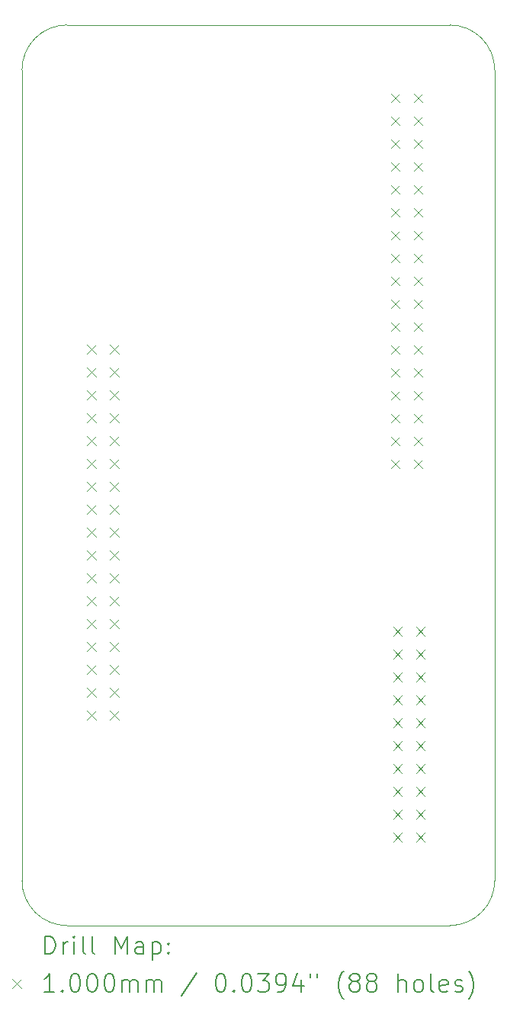
<source format=gbr>
%TF.GenerationSoftware,KiCad,Pcbnew,8.0.2*%
%TF.CreationDate,2024-05-12T23:01:26-04:00*%
%TF.ProjectId,rbmfm,72626d66-6d2e-46b6-9963-61645f706362,rev?*%
%TF.SameCoordinates,Original*%
%TF.FileFunction,Drillmap*%
%TF.FilePolarity,Positive*%
%FSLAX45Y45*%
G04 Gerber Fmt 4.5, Leading zero omitted, Abs format (unit mm)*
G04 Created by KiCad (PCBNEW 8.0.2) date 2024-05-12 23:01:26*
%MOMM*%
%LPD*%
G01*
G04 APERTURE LIST*
%ADD10C,0.100000*%
%ADD11C,0.200000*%
G04 APERTURE END LIST*
D10*
X15750000Y-6250000D02*
G75*
G02*
X16250000Y-6750000I0J-500000D01*
G01*
X11000000Y-6750000D02*
G75*
G02*
X11500000Y-6250000I500000J0D01*
G01*
X11500000Y-16250000D02*
X15750000Y-16250000D01*
X11500000Y-6250000D02*
X15750000Y-6250000D01*
X16250000Y-15750000D02*
G75*
G02*
X15750000Y-16250000I-500000J0D01*
G01*
X16250000Y-6750000D02*
X16250000Y-15750000D01*
X11000000Y-15750000D02*
X11000000Y-6750000D01*
X11500000Y-16250000D02*
G75*
G02*
X11000000Y-15750000I0J500000D01*
G01*
D11*
D10*
X11725000Y-9797000D02*
X11825000Y-9897000D01*
X11825000Y-9797000D02*
X11725000Y-9897000D01*
X11725000Y-10051000D02*
X11825000Y-10151000D01*
X11825000Y-10051000D02*
X11725000Y-10151000D01*
X11725000Y-10305000D02*
X11825000Y-10405000D01*
X11825000Y-10305000D02*
X11725000Y-10405000D01*
X11725000Y-10559000D02*
X11825000Y-10659000D01*
X11825000Y-10559000D02*
X11725000Y-10659000D01*
X11725000Y-10813000D02*
X11825000Y-10913000D01*
X11825000Y-10813000D02*
X11725000Y-10913000D01*
X11725000Y-11067000D02*
X11825000Y-11167000D01*
X11825000Y-11067000D02*
X11725000Y-11167000D01*
X11725000Y-11321000D02*
X11825000Y-11421000D01*
X11825000Y-11321000D02*
X11725000Y-11421000D01*
X11725000Y-11575000D02*
X11825000Y-11675000D01*
X11825000Y-11575000D02*
X11725000Y-11675000D01*
X11725000Y-11829000D02*
X11825000Y-11929000D01*
X11825000Y-11829000D02*
X11725000Y-11929000D01*
X11725000Y-12083000D02*
X11825000Y-12183000D01*
X11825000Y-12083000D02*
X11725000Y-12183000D01*
X11725000Y-12337000D02*
X11825000Y-12437000D01*
X11825000Y-12337000D02*
X11725000Y-12437000D01*
X11725000Y-12591000D02*
X11825000Y-12691000D01*
X11825000Y-12591000D02*
X11725000Y-12691000D01*
X11725000Y-12845000D02*
X11825000Y-12945000D01*
X11825000Y-12845000D02*
X11725000Y-12945000D01*
X11725000Y-13099000D02*
X11825000Y-13199000D01*
X11825000Y-13099000D02*
X11725000Y-13199000D01*
X11725000Y-13353000D02*
X11825000Y-13453000D01*
X11825000Y-13353000D02*
X11725000Y-13453000D01*
X11725000Y-13607000D02*
X11825000Y-13707000D01*
X11825000Y-13607000D02*
X11725000Y-13707000D01*
X11725000Y-13861000D02*
X11825000Y-13961000D01*
X11825000Y-13861000D02*
X11725000Y-13961000D01*
X11979000Y-9797000D02*
X12079000Y-9897000D01*
X12079000Y-9797000D02*
X11979000Y-9897000D01*
X11979000Y-10051000D02*
X12079000Y-10151000D01*
X12079000Y-10051000D02*
X11979000Y-10151000D01*
X11979000Y-10305000D02*
X12079000Y-10405000D01*
X12079000Y-10305000D02*
X11979000Y-10405000D01*
X11979000Y-10559000D02*
X12079000Y-10659000D01*
X12079000Y-10559000D02*
X11979000Y-10659000D01*
X11979000Y-10813000D02*
X12079000Y-10913000D01*
X12079000Y-10813000D02*
X11979000Y-10913000D01*
X11979000Y-11067000D02*
X12079000Y-11167000D01*
X12079000Y-11067000D02*
X11979000Y-11167000D01*
X11979000Y-11321000D02*
X12079000Y-11421000D01*
X12079000Y-11321000D02*
X11979000Y-11421000D01*
X11979000Y-11575000D02*
X12079000Y-11675000D01*
X12079000Y-11575000D02*
X11979000Y-11675000D01*
X11979000Y-11829000D02*
X12079000Y-11929000D01*
X12079000Y-11829000D02*
X11979000Y-11929000D01*
X11979000Y-12083000D02*
X12079000Y-12183000D01*
X12079000Y-12083000D02*
X11979000Y-12183000D01*
X11979000Y-12337000D02*
X12079000Y-12437000D01*
X12079000Y-12337000D02*
X11979000Y-12437000D01*
X11979000Y-12591000D02*
X12079000Y-12691000D01*
X12079000Y-12591000D02*
X11979000Y-12691000D01*
X11979000Y-12845000D02*
X12079000Y-12945000D01*
X12079000Y-12845000D02*
X11979000Y-12945000D01*
X11979000Y-13099000D02*
X12079000Y-13199000D01*
X12079000Y-13099000D02*
X11979000Y-13199000D01*
X11979000Y-13353000D02*
X12079000Y-13453000D01*
X12079000Y-13353000D02*
X11979000Y-13453000D01*
X11979000Y-13607000D02*
X12079000Y-13707000D01*
X12079000Y-13607000D02*
X11979000Y-13707000D01*
X11979000Y-13861000D02*
X12079000Y-13961000D01*
X12079000Y-13861000D02*
X11979000Y-13961000D01*
X15096000Y-7011000D02*
X15196000Y-7111000D01*
X15196000Y-7011000D02*
X15096000Y-7111000D01*
X15096000Y-7265000D02*
X15196000Y-7365000D01*
X15196000Y-7265000D02*
X15096000Y-7365000D01*
X15096000Y-7519000D02*
X15196000Y-7619000D01*
X15196000Y-7519000D02*
X15096000Y-7619000D01*
X15096000Y-7773000D02*
X15196000Y-7873000D01*
X15196000Y-7773000D02*
X15096000Y-7873000D01*
X15096000Y-8027000D02*
X15196000Y-8127000D01*
X15196000Y-8027000D02*
X15096000Y-8127000D01*
X15096000Y-8281000D02*
X15196000Y-8381000D01*
X15196000Y-8281000D02*
X15096000Y-8381000D01*
X15096000Y-8535000D02*
X15196000Y-8635000D01*
X15196000Y-8535000D02*
X15096000Y-8635000D01*
X15096000Y-8789000D02*
X15196000Y-8889000D01*
X15196000Y-8789000D02*
X15096000Y-8889000D01*
X15096000Y-9043000D02*
X15196000Y-9143000D01*
X15196000Y-9043000D02*
X15096000Y-9143000D01*
X15096000Y-9297000D02*
X15196000Y-9397000D01*
X15196000Y-9297000D02*
X15096000Y-9397000D01*
X15096000Y-9551000D02*
X15196000Y-9651000D01*
X15196000Y-9551000D02*
X15096000Y-9651000D01*
X15096000Y-9805000D02*
X15196000Y-9905000D01*
X15196000Y-9805000D02*
X15096000Y-9905000D01*
X15096000Y-10059000D02*
X15196000Y-10159000D01*
X15196000Y-10059000D02*
X15096000Y-10159000D01*
X15096000Y-10313000D02*
X15196000Y-10413000D01*
X15196000Y-10313000D02*
X15096000Y-10413000D01*
X15096000Y-10567000D02*
X15196000Y-10667000D01*
X15196000Y-10567000D02*
X15096000Y-10667000D01*
X15096000Y-10821000D02*
X15196000Y-10921000D01*
X15196000Y-10821000D02*
X15096000Y-10921000D01*
X15096000Y-11075000D02*
X15196000Y-11175000D01*
X15196000Y-11075000D02*
X15096000Y-11175000D01*
X15121000Y-12934000D02*
X15221000Y-13034000D01*
X15221000Y-12934000D02*
X15121000Y-13034000D01*
X15121000Y-13188000D02*
X15221000Y-13288000D01*
X15221000Y-13188000D02*
X15121000Y-13288000D01*
X15121000Y-13442000D02*
X15221000Y-13542000D01*
X15221000Y-13442000D02*
X15121000Y-13542000D01*
X15121000Y-13696000D02*
X15221000Y-13796000D01*
X15221000Y-13696000D02*
X15121000Y-13796000D01*
X15121000Y-13950000D02*
X15221000Y-14050000D01*
X15221000Y-13950000D02*
X15121000Y-14050000D01*
X15121000Y-14204000D02*
X15221000Y-14304000D01*
X15221000Y-14204000D02*
X15121000Y-14304000D01*
X15121000Y-14458000D02*
X15221000Y-14558000D01*
X15221000Y-14458000D02*
X15121000Y-14558000D01*
X15121000Y-14712000D02*
X15221000Y-14812000D01*
X15221000Y-14712000D02*
X15121000Y-14812000D01*
X15121000Y-14966000D02*
X15221000Y-15066000D01*
X15221000Y-14966000D02*
X15121000Y-15066000D01*
X15121000Y-15220000D02*
X15221000Y-15320000D01*
X15221000Y-15220000D02*
X15121000Y-15320000D01*
X15350000Y-7011000D02*
X15450000Y-7111000D01*
X15450000Y-7011000D02*
X15350000Y-7111000D01*
X15350000Y-7265000D02*
X15450000Y-7365000D01*
X15450000Y-7265000D02*
X15350000Y-7365000D01*
X15350000Y-7519000D02*
X15450000Y-7619000D01*
X15450000Y-7519000D02*
X15350000Y-7619000D01*
X15350000Y-7773000D02*
X15450000Y-7873000D01*
X15450000Y-7773000D02*
X15350000Y-7873000D01*
X15350000Y-8027000D02*
X15450000Y-8127000D01*
X15450000Y-8027000D02*
X15350000Y-8127000D01*
X15350000Y-8281000D02*
X15450000Y-8381000D01*
X15450000Y-8281000D02*
X15350000Y-8381000D01*
X15350000Y-8535000D02*
X15450000Y-8635000D01*
X15450000Y-8535000D02*
X15350000Y-8635000D01*
X15350000Y-8789000D02*
X15450000Y-8889000D01*
X15450000Y-8789000D02*
X15350000Y-8889000D01*
X15350000Y-9043000D02*
X15450000Y-9143000D01*
X15450000Y-9043000D02*
X15350000Y-9143000D01*
X15350000Y-9297000D02*
X15450000Y-9397000D01*
X15450000Y-9297000D02*
X15350000Y-9397000D01*
X15350000Y-9551000D02*
X15450000Y-9651000D01*
X15450000Y-9551000D02*
X15350000Y-9651000D01*
X15350000Y-9805000D02*
X15450000Y-9905000D01*
X15450000Y-9805000D02*
X15350000Y-9905000D01*
X15350000Y-10059000D02*
X15450000Y-10159000D01*
X15450000Y-10059000D02*
X15350000Y-10159000D01*
X15350000Y-10313000D02*
X15450000Y-10413000D01*
X15450000Y-10313000D02*
X15350000Y-10413000D01*
X15350000Y-10567000D02*
X15450000Y-10667000D01*
X15450000Y-10567000D02*
X15350000Y-10667000D01*
X15350000Y-10821000D02*
X15450000Y-10921000D01*
X15450000Y-10821000D02*
X15350000Y-10921000D01*
X15350000Y-11075000D02*
X15450000Y-11175000D01*
X15450000Y-11075000D02*
X15350000Y-11175000D01*
X15375000Y-12934000D02*
X15475000Y-13034000D01*
X15475000Y-12934000D02*
X15375000Y-13034000D01*
X15375000Y-13188000D02*
X15475000Y-13288000D01*
X15475000Y-13188000D02*
X15375000Y-13288000D01*
X15375000Y-13442000D02*
X15475000Y-13542000D01*
X15475000Y-13442000D02*
X15375000Y-13542000D01*
X15375000Y-13696000D02*
X15475000Y-13796000D01*
X15475000Y-13696000D02*
X15375000Y-13796000D01*
X15375000Y-13950000D02*
X15475000Y-14050000D01*
X15475000Y-13950000D02*
X15375000Y-14050000D01*
X15375000Y-14204000D02*
X15475000Y-14304000D01*
X15475000Y-14204000D02*
X15375000Y-14304000D01*
X15375000Y-14458000D02*
X15475000Y-14558000D01*
X15475000Y-14458000D02*
X15375000Y-14558000D01*
X15375000Y-14712000D02*
X15475000Y-14812000D01*
X15475000Y-14712000D02*
X15375000Y-14812000D01*
X15375000Y-14966000D02*
X15475000Y-15066000D01*
X15475000Y-14966000D02*
X15375000Y-15066000D01*
X15375000Y-15220000D02*
X15475000Y-15320000D01*
X15475000Y-15220000D02*
X15375000Y-15320000D01*
D11*
X11255777Y-16566484D02*
X11255777Y-16366484D01*
X11255777Y-16366484D02*
X11303396Y-16366484D01*
X11303396Y-16366484D02*
X11331967Y-16376008D01*
X11331967Y-16376008D02*
X11351015Y-16395055D01*
X11351015Y-16395055D02*
X11360539Y-16414103D01*
X11360539Y-16414103D02*
X11370062Y-16452198D01*
X11370062Y-16452198D02*
X11370062Y-16480769D01*
X11370062Y-16480769D02*
X11360539Y-16518865D01*
X11360539Y-16518865D02*
X11351015Y-16537912D01*
X11351015Y-16537912D02*
X11331967Y-16556960D01*
X11331967Y-16556960D02*
X11303396Y-16566484D01*
X11303396Y-16566484D02*
X11255777Y-16566484D01*
X11455777Y-16566484D02*
X11455777Y-16433150D01*
X11455777Y-16471246D02*
X11465301Y-16452198D01*
X11465301Y-16452198D02*
X11474824Y-16442674D01*
X11474824Y-16442674D02*
X11493872Y-16433150D01*
X11493872Y-16433150D02*
X11512920Y-16433150D01*
X11579586Y-16566484D02*
X11579586Y-16433150D01*
X11579586Y-16366484D02*
X11570062Y-16376008D01*
X11570062Y-16376008D02*
X11579586Y-16385531D01*
X11579586Y-16385531D02*
X11589110Y-16376008D01*
X11589110Y-16376008D02*
X11579586Y-16366484D01*
X11579586Y-16366484D02*
X11579586Y-16385531D01*
X11703396Y-16566484D02*
X11684348Y-16556960D01*
X11684348Y-16556960D02*
X11674824Y-16537912D01*
X11674824Y-16537912D02*
X11674824Y-16366484D01*
X11808158Y-16566484D02*
X11789110Y-16556960D01*
X11789110Y-16556960D02*
X11779586Y-16537912D01*
X11779586Y-16537912D02*
X11779586Y-16366484D01*
X12036729Y-16566484D02*
X12036729Y-16366484D01*
X12036729Y-16366484D02*
X12103396Y-16509341D01*
X12103396Y-16509341D02*
X12170062Y-16366484D01*
X12170062Y-16366484D02*
X12170062Y-16566484D01*
X12351015Y-16566484D02*
X12351015Y-16461722D01*
X12351015Y-16461722D02*
X12341491Y-16442674D01*
X12341491Y-16442674D02*
X12322443Y-16433150D01*
X12322443Y-16433150D02*
X12284348Y-16433150D01*
X12284348Y-16433150D02*
X12265301Y-16442674D01*
X12351015Y-16556960D02*
X12331967Y-16566484D01*
X12331967Y-16566484D02*
X12284348Y-16566484D01*
X12284348Y-16566484D02*
X12265301Y-16556960D01*
X12265301Y-16556960D02*
X12255777Y-16537912D01*
X12255777Y-16537912D02*
X12255777Y-16518865D01*
X12255777Y-16518865D02*
X12265301Y-16499817D01*
X12265301Y-16499817D02*
X12284348Y-16490293D01*
X12284348Y-16490293D02*
X12331967Y-16490293D01*
X12331967Y-16490293D02*
X12351015Y-16480769D01*
X12446253Y-16433150D02*
X12446253Y-16633150D01*
X12446253Y-16442674D02*
X12465301Y-16433150D01*
X12465301Y-16433150D02*
X12503396Y-16433150D01*
X12503396Y-16433150D02*
X12522443Y-16442674D01*
X12522443Y-16442674D02*
X12531967Y-16452198D01*
X12531967Y-16452198D02*
X12541491Y-16471246D01*
X12541491Y-16471246D02*
X12541491Y-16528388D01*
X12541491Y-16528388D02*
X12531967Y-16547436D01*
X12531967Y-16547436D02*
X12522443Y-16556960D01*
X12522443Y-16556960D02*
X12503396Y-16566484D01*
X12503396Y-16566484D02*
X12465301Y-16566484D01*
X12465301Y-16566484D02*
X12446253Y-16556960D01*
X12627205Y-16547436D02*
X12636729Y-16556960D01*
X12636729Y-16556960D02*
X12627205Y-16566484D01*
X12627205Y-16566484D02*
X12617682Y-16556960D01*
X12617682Y-16556960D02*
X12627205Y-16547436D01*
X12627205Y-16547436D02*
X12627205Y-16566484D01*
X12627205Y-16442674D02*
X12636729Y-16452198D01*
X12636729Y-16452198D02*
X12627205Y-16461722D01*
X12627205Y-16461722D02*
X12617682Y-16452198D01*
X12617682Y-16452198D02*
X12627205Y-16442674D01*
X12627205Y-16442674D02*
X12627205Y-16461722D01*
D10*
X10895000Y-16845000D02*
X10995000Y-16945000D01*
X10995000Y-16845000D02*
X10895000Y-16945000D01*
D11*
X11360539Y-16986484D02*
X11246253Y-16986484D01*
X11303396Y-16986484D02*
X11303396Y-16786484D01*
X11303396Y-16786484D02*
X11284348Y-16815055D01*
X11284348Y-16815055D02*
X11265301Y-16834103D01*
X11265301Y-16834103D02*
X11246253Y-16843627D01*
X11446253Y-16967436D02*
X11455777Y-16976960D01*
X11455777Y-16976960D02*
X11446253Y-16986484D01*
X11446253Y-16986484D02*
X11436729Y-16976960D01*
X11436729Y-16976960D02*
X11446253Y-16967436D01*
X11446253Y-16967436D02*
X11446253Y-16986484D01*
X11579586Y-16786484D02*
X11598634Y-16786484D01*
X11598634Y-16786484D02*
X11617682Y-16796008D01*
X11617682Y-16796008D02*
X11627205Y-16805531D01*
X11627205Y-16805531D02*
X11636729Y-16824579D01*
X11636729Y-16824579D02*
X11646253Y-16862674D01*
X11646253Y-16862674D02*
X11646253Y-16910293D01*
X11646253Y-16910293D02*
X11636729Y-16948389D01*
X11636729Y-16948389D02*
X11627205Y-16967436D01*
X11627205Y-16967436D02*
X11617682Y-16976960D01*
X11617682Y-16976960D02*
X11598634Y-16986484D01*
X11598634Y-16986484D02*
X11579586Y-16986484D01*
X11579586Y-16986484D02*
X11560539Y-16976960D01*
X11560539Y-16976960D02*
X11551015Y-16967436D01*
X11551015Y-16967436D02*
X11541491Y-16948389D01*
X11541491Y-16948389D02*
X11531967Y-16910293D01*
X11531967Y-16910293D02*
X11531967Y-16862674D01*
X11531967Y-16862674D02*
X11541491Y-16824579D01*
X11541491Y-16824579D02*
X11551015Y-16805531D01*
X11551015Y-16805531D02*
X11560539Y-16796008D01*
X11560539Y-16796008D02*
X11579586Y-16786484D01*
X11770062Y-16786484D02*
X11789110Y-16786484D01*
X11789110Y-16786484D02*
X11808158Y-16796008D01*
X11808158Y-16796008D02*
X11817682Y-16805531D01*
X11817682Y-16805531D02*
X11827205Y-16824579D01*
X11827205Y-16824579D02*
X11836729Y-16862674D01*
X11836729Y-16862674D02*
X11836729Y-16910293D01*
X11836729Y-16910293D02*
X11827205Y-16948389D01*
X11827205Y-16948389D02*
X11817682Y-16967436D01*
X11817682Y-16967436D02*
X11808158Y-16976960D01*
X11808158Y-16976960D02*
X11789110Y-16986484D01*
X11789110Y-16986484D02*
X11770062Y-16986484D01*
X11770062Y-16986484D02*
X11751015Y-16976960D01*
X11751015Y-16976960D02*
X11741491Y-16967436D01*
X11741491Y-16967436D02*
X11731967Y-16948389D01*
X11731967Y-16948389D02*
X11722443Y-16910293D01*
X11722443Y-16910293D02*
X11722443Y-16862674D01*
X11722443Y-16862674D02*
X11731967Y-16824579D01*
X11731967Y-16824579D02*
X11741491Y-16805531D01*
X11741491Y-16805531D02*
X11751015Y-16796008D01*
X11751015Y-16796008D02*
X11770062Y-16786484D01*
X11960539Y-16786484D02*
X11979586Y-16786484D01*
X11979586Y-16786484D02*
X11998634Y-16796008D01*
X11998634Y-16796008D02*
X12008158Y-16805531D01*
X12008158Y-16805531D02*
X12017682Y-16824579D01*
X12017682Y-16824579D02*
X12027205Y-16862674D01*
X12027205Y-16862674D02*
X12027205Y-16910293D01*
X12027205Y-16910293D02*
X12017682Y-16948389D01*
X12017682Y-16948389D02*
X12008158Y-16967436D01*
X12008158Y-16967436D02*
X11998634Y-16976960D01*
X11998634Y-16976960D02*
X11979586Y-16986484D01*
X11979586Y-16986484D02*
X11960539Y-16986484D01*
X11960539Y-16986484D02*
X11941491Y-16976960D01*
X11941491Y-16976960D02*
X11931967Y-16967436D01*
X11931967Y-16967436D02*
X11922443Y-16948389D01*
X11922443Y-16948389D02*
X11912920Y-16910293D01*
X11912920Y-16910293D02*
X11912920Y-16862674D01*
X11912920Y-16862674D02*
X11922443Y-16824579D01*
X11922443Y-16824579D02*
X11931967Y-16805531D01*
X11931967Y-16805531D02*
X11941491Y-16796008D01*
X11941491Y-16796008D02*
X11960539Y-16786484D01*
X12112920Y-16986484D02*
X12112920Y-16853150D01*
X12112920Y-16872198D02*
X12122443Y-16862674D01*
X12122443Y-16862674D02*
X12141491Y-16853150D01*
X12141491Y-16853150D02*
X12170063Y-16853150D01*
X12170063Y-16853150D02*
X12189110Y-16862674D01*
X12189110Y-16862674D02*
X12198634Y-16881722D01*
X12198634Y-16881722D02*
X12198634Y-16986484D01*
X12198634Y-16881722D02*
X12208158Y-16862674D01*
X12208158Y-16862674D02*
X12227205Y-16853150D01*
X12227205Y-16853150D02*
X12255777Y-16853150D01*
X12255777Y-16853150D02*
X12274824Y-16862674D01*
X12274824Y-16862674D02*
X12284348Y-16881722D01*
X12284348Y-16881722D02*
X12284348Y-16986484D01*
X12379586Y-16986484D02*
X12379586Y-16853150D01*
X12379586Y-16872198D02*
X12389110Y-16862674D01*
X12389110Y-16862674D02*
X12408158Y-16853150D01*
X12408158Y-16853150D02*
X12436729Y-16853150D01*
X12436729Y-16853150D02*
X12455777Y-16862674D01*
X12455777Y-16862674D02*
X12465301Y-16881722D01*
X12465301Y-16881722D02*
X12465301Y-16986484D01*
X12465301Y-16881722D02*
X12474824Y-16862674D01*
X12474824Y-16862674D02*
X12493872Y-16853150D01*
X12493872Y-16853150D02*
X12522443Y-16853150D01*
X12522443Y-16853150D02*
X12541491Y-16862674D01*
X12541491Y-16862674D02*
X12551015Y-16881722D01*
X12551015Y-16881722D02*
X12551015Y-16986484D01*
X12941491Y-16776960D02*
X12770063Y-17034103D01*
X13198634Y-16786484D02*
X13217682Y-16786484D01*
X13217682Y-16786484D02*
X13236729Y-16796008D01*
X13236729Y-16796008D02*
X13246253Y-16805531D01*
X13246253Y-16805531D02*
X13255777Y-16824579D01*
X13255777Y-16824579D02*
X13265301Y-16862674D01*
X13265301Y-16862674D02*
X13265301Y-16910293D01*
X13265301Y-16910293D02*
X13255777Y-16948389D01*
X13255777Y-16948389D02*
X13246253Y-16967436D01*
X13246253Y-16967436D02*
X13236729Y-16976960D01*
X13236729Y-16976960D02*
X13217682Y-16986484D01*
X13217682Y-16986484D02*
X13198634Y-16986484D01*
X13198634Y-16986484D02*
X13179586Y-16976960D01*
X13179586Y-16976960D02*
X13170063Y-16967436D01*
X13170063Y-16967436D02*
X13160539Y-16948389D01*
X13160539Y-16948389D02*
X13151015Y-16910293D01*
X13151015Y-16910293D02*
X13151015Y-16862674D01*
X13151015Y-16862674D02*
X13160539Y-16824579D01*
X13160539Y-16824579D02*
X13170063Y-16805531D01*
X13170063Y-16805531D02*
X13179586Y-16796008D01*
X13179586Y-16796008D02*
X13198634Y-16786484D01*
X13351015Y-16967436D02*
X13360539Y-16976960D01*
X13360539Y-16976960D02*
X13351015Y-16986484D01*
X13351015Y-16986484D02*
X13341491Y-16976960D01*
X13341491Y-16976960D02*
X13351015Y-16967436D01*
X13351015Y-16967436D02*
X13351015Y-16986484D01*
X13484348Y-16786484D02*
X13503396Y-16786484D01*
X13503396Y-16786484D02*
X13522444Y-16796008D01*
X13522444Y-16796008D02*
X13531967Y-16805531D01*
X13531967Y-16805531D02*
X13541491Y-16824579D01*
X13541491Y-16824579D02*
X13551015Y-16862674D01*
X13551015Y-16862674D02*
X13551015Y-16910293D01*
X13551015Y-16910293D02*
X13541491Y-16948389D01*
X13541491Y-16948389D02*
X13531967Y-16967436D01*
X13531967Y-16967436D02*
X13522444Y-16976960D01*
X13522444Y-16976960D02*
X13503396Y-16986484D01*
X13503396Y-16986484D02*
X13484348Y-16986484D01*
X13484348Y-16986484D02*
X13465301Y-16976960D01*
X13465301Y-16976960D02*
X13455777Y-16967436D01*
X13455777Y-16967436D02*
X13446253Y-16948389D01*
X13446253Y-16948389D02*
X13436729Y-16910293D01*
X13436729Y-16910293D02*
X13436729Y-16862674D01*
X13436729Y-16862674D02*
X13446253Y-16824579D01*
X13446253Y-16824579D02*
X13455777Y-16805531D01*
X13455777Y-16805531D02*
X13465301Y-16796008D01*
X13465301Y-16796008D02*
X13484348Y-16786484D01*
X13617682Y-16786484D02*
X13741491Y-16786484D01*
X13741491Y-16786484D02*
X13674825Y-16862674D01*
X13674825Y-16862674D02*
X13703396Y-16862674D01*
X13703396Y-16862674D02*
X13722444Y-16872198D01*
X13722444Y-16872198D02*
X13731967Y-16881722D01*
X13731967Y-16881722D02*
X13741491Y-16900770D01*
X13741491Y-16900770D02*
X13741491Y-16948389D01*
X13741491Y-16948389D02*
X13731967Y-16967436D01*
X13731967Y-16967436D02*
X13722444Y-16976960D01*
X13722444Y-16976960D02*
X13703396Y-16986484D01*
X13703396Y-16986484D02*
X13646253Y-16986484D01*
X13646253Y-16986484D02*
X13627206Y-16976960D01*
X13627206Y-16976960D02*
X13617682Y-16967436D01*
X13836729Y-16986484D02*
X13874825Y-16986484D01*
X13874825Y-16986484D02*
X13893872Y-16976960D01*
X13893872Y-16976960D02*
X13903396Y-16967436D01*
X13903396Y-16967436D02*
X13922444Y-16938865D01*
X13922444Y-16938865D02*
X13931967Y-16900770D01*
X13931967Y-16900770D02*
X13931967Y-16824579D01*
X13931967Y-16824579D02*
X13922444Y-16805531D01*
X13922444Y-16805531D02*
X13912920Y-16796008D01*
X13912920Y-16796008D02*
X13893872Y-16786484D01*
X13893872Y-16786484D02*
X13855777Y-16786484D01*
X13855777Y-16786484D02*
X13836729Y-16796008D01*
X13836729Y-16796008D02*
X13827206Y-16805531D01*
X13827206Y-16805531D02*
X13817682Y-16824579D01*
X13817682Y-16824579D02*
X13817682Y-16872198D01*
X13817682Y-16872198D02*
X13827206Y-16891246D01*
X13827206Y-16891246D02*
X13836729Y-16900770D01*
X13836729Y-16900770D02*
X13855777Y-16910293D01*
X13855777Y-16910293D02*
X13893872Y-16910293D01*
X13893872Y-16910293D02*
X13912920Y-16900770D01*
X13912920Y-16900770D02*
X13922444Y-16891246D01*
X13922444Y-16891246D02*
X13931967Y-16872198D01*
X14103396Y-16853150D02*
X14103396Y-16986484D01*
X14055777Y-16776960D02*
X14008158Y-16919817D01*
X14008158Y-16919817D02*
X14131967Y-16919817D01*
X14198634Y-16786484D02*
X14198634Y-16824579D01*
X14274825Y-16786484D02*
X14274825Y-16824579D01*
X14570063Y-17062674D02*
X14560539Y-17053150D01*
X14560539Y-17053150D02*
X14541491Y-17024579D01*
X14541491Y-17024579D02*
X14531968Y-17005531D01*
X14531968Y-17005531D02*
X14522444Y-16976960D01*
X14522444Y-16976960D02*
X14512920Y-16929341D01*
X14512920Y-16929341D02*
X14512920Y-16891246D01*
X14512920Y-16891246D02*
X14522444Y-16843627D01*
X14522444Y-16843627D02*
X14531968Y-16815055D01*
X14531968Y-16815055D02*
X14541491Y-16796008D01*
X14541491Y-16796008D02*
X14560539Y-16767436D01*
X14560539Y-16767436D02*
X14570063Y-16757912D01*
X14674825Y-16872198D02*
X14655777Y-16862674D01*
X14655777Y-16862674D02*
X14646253Y-16853150D01*
X14646253Y-16853150D02*
X14636729Y-16834103D01*
X14636729Y-16834103D02*
X14636729Y-16824579D01*
X14636729Y-16824579D02*
X14646253Y-16805531D01*
X14646253Y-16805531D02*
X14655777Y-16796008D01*
X14655777Y-16796008D02*
X14674825Y-16786484D01*
X14674825Y-16786484D02*
X14712920Y-16786484D01*
X14712920Y-16786484D02*
X14731968Y-16796008D01*
X14731968Y-16796008D02*
X14741491Y-16805531D01*
X14741491Y-16805531D02*
X14751015Y-16824579D01*
X14751015Y-16824579D02*
X14751015Y-16834103D01*
X14751015Y-16834103D02*
X14741491Y-16853150D01*
X14741491Y-16853150D02*
X14731968Y-16862674D01*
X14731968Y-16862674D02*
X14712920Y-16872198D01*
X14712920Y-16872198D02*
X14674825Y-16872198D01*
X14674825Y-16872198D02*
X14655777Y-16881722D01*
X14655777Y-16881722D02*
X14646253Y-16891246D01*
X14646253Y-16891246D02*
X14636729Y-16910293D01*
X14636729Y-16910293D02*
X14636729Y-16948389D01*
X14636729Y-16948389D02*
X14646253Y-16967436D01*
X14646253Y-16967436D02*
X14655777Y-16976960D01*
X14655777Y-16976960D02*
X14674825Y-16986484D01*
X14674825Y-16986484D02*
X14712920Y-16986484D01*
X14712920Y-16986484D02*
X14731968Y-16976960D01*
X14731968Y-16976960D02*
X14741491Y-16967436D01*
X14741491Y-16967436D02*
X14751015Y-16948389D01*
X14751015Y-16948389D02*
X14751015Y-16910293D01*
X14751015Y-16910293D02*
X14741491Y-16891246D01*
X14741491Y-16891246D02*
X14731968Y-16881722D01*
X14731968Y-16881722D02*
X14712920Y-16872198D01*
X14865301Y-16872198D02*
X14846253Y-16862674D01*
X14846253Y-16862674D02*
X14836729Y-16853150D01*
X14836729Y-16853150D02*
X14827206Y-16834103D01*
X14827206Y-16834103D02*
X14827206Y-16824579D01*
X14827206Y-16824579D02*
X14836729Y-16805531D01*
X14836729Y-16805531D02*
X14846253Y-16796008D01*
X14846253Y-16796008D02*
X14865301Y-16786484D01*
X14865301Y-16786484D02*
X14903396Y-16786484D01*
X14903396Y-16786484D02*
X14922444Y-16796008D01*
X14922444Y-16796008D02*
X14931968Y-16805531D01*
X14931968Y-16805531D02*
X14941491Y-16824579D01*
X14941491Y-16824579D02*
X14941491Y-16834103D01*
X14941491Y-16834103D02*
X14931968Y-16853150D01*
X14931968Y-16853150D02*
X14922444Y-16862674D01*
X14922444Y-16862674D02*
X14903396Y-16872198D01*
X14903396Y-16872198D02*
X14865301Y-16872198D01*
X14865301Y-16872198D02*
X14846253Y-16881722D01*
X14846253Y-16881722D02*
X14836729Y-16891246D01*
X14836729Y-16891246D02*
X14827206Y-16910293D01*
X14827206Y-16910293D02*
X14827206Y-16948389D01*
X14827206Y-16948389D02*
X14836729Y-16967436D01*
X14836729Y-16967436D02*
X14846253Y-16976960D01*
X14846253Y-16976960D02*
X14865301Y-16986484D01*
X14865301Y-16986484D02*
X14903396Y-16986484D01*
X14903396Y-16986484D02*
X14922444Y-16976960D01*
X14922444Y-16976960D02*
X14931968Y-16967436D01*
X14931968Y-16967436D02*
X14941491Y-16948389D01*
X14941491Y-16948389D02*
X14941491Y-16910293D01*
X14941491Y-16910293D02*
X14931968Y-16891246D01*
X14931968Y-16891246D02*
X14922444Y-16881722D01*
X14922444Y-16881722D02*
X14903396Y-16872198D01*
X15179587Y-16986484D02*
X15179587Y-16786484D01*
X15265301Y-16986484D02*
X15265301Y-16881722D01*
X15265301Y-16881722D02*
X15255777Y-16862674D01*
X15255777Y-16862674D02*
X15236730Y-16853150D01*
X15236730Y-16853150D02*
X15208158Y-16853150D01*
X15208158Y-16853150D02*
X15189110Y-16862674D01*
X15189110Y-16862674D02*
X15179587Y-16872198D01*
X15389110Y-16986484D02*
X15370063Y-16976960D01*
X15370063Y-16976960D02*
X15360539Y-16967436D01*
X15360539Y-16967436D02*
X15351015Y-16948389D01*
X15351015Y-16948389D02*
X15351015Y-16891246D01*
X15351015Y-16891246D02*
X15360539Y-16872198D01*
X15360539Y-16872198D02*
X15370063Y-16862674D01*
X15370063Y-16862674D02*
X15389110Y-16853150D01*
X15389110Y-16853150D02*
X15417682Y-16853150D01*
X15417682Y-16853150D02*
X15436730Y-16862674D01*
X15436730Y-16862674D02*
X15446253Y-16872198D01*
X15446253Y-16872198D02*
X15455777Y-16891246D01*
X15455777Y-16891246D02*
X15455777Y-16948389D01*
X15455777Y-16948389D02*
X15446253Y-16967436D01*
X15446253Y-16967436D02*
X15436730Y-16976960D01*
X15436730Y-16976960D02*
X15417682Y-16986484D01*
X15417682Y-16986484D02*
X15389110Y-16986484D01*
X15570063Y-16986484D02*
X15551015Y-16976960D01*
X15551015Y-16976960D02*
X15541491Y-16957912D01*
X15541491Y-16957912D02*
X15541491Y-16786484D01*
X15722444Y-16976960D02*
X15703396Y-16986484D01*
X15703396Y-16986484D02*
X15665301Y-16986484D01*
X15665301Y-16986484D02*
X15646253Y-16976960D01*
X15646253Y-16976960D02*
X15636730Y-16957912D01*
X15636730Y-16957912D02*
X15636730Y-16881722D01*
X15636730Y-16881722D02*
X15646253Y-16862674D01*
X15646253Y-16862674D02*
X15665301Y-16853150D01*
X15665301Y-16853150D02*
X15703396Y-16853150D01*
X15703396Y-16853150D02*
X15722444Y-16862674D01*
X15722444Y-16862674D02*
X15731968Y-16881722D01*
X15731968Y-16881722D02*
X15731968Y-16900770D01*
X15731968Y-16900770D02*
X15636730Y-16919817D01*
X15808158Y-16976960D02*
X15827206Y-16986484D01*
X15827206Y-16986484D02*
X15865301Y-16986484D01*
X15865301Y-16986484D02*
X15884349Y-16976960D01*
X15884349Y-16976960D02*
X15893872Y-16957912D01*
X15893872Y-16957912D02*
X15893872Y-16948389D01*
X15893872Y-16948389D02*
X15884349Y-16929341D01*
X15884349Y-16929341D02*
X15865301Y-16919817D01*
X15865301Y-16919817D02*
X15836730Y-16919817D01*
X15836730Y-16919817D02*
X15817682Y-16910293D01*
X15817682Y-16910293D02*
X15808158Y-16891246D01*
X15808158Y-16891246D02*
X15808158Y-16881722D01*
X15808158Y-16881722D02*
X15817682Y-16862674D01*
X15817682Y-16862674D02*
X15836730Y-16853150D01*
X15836730Y-16853150D02*
X15865301Y-16853150D01*
X15865301Y-16853150D02*
X15884349Y-16862674D01*
X15960539Y-17062674D02*
X15970063Y-17053150D01*
X15970063Y-17053150D02*
X15989111Y-17024579D01*
X15989111Y-17024579D02*
X15998634Y-17005531D01*
X15998634Y-17005531D02*
X16008158Y-16976960D01*
X16008158Y-16976960D02*
X16017682Y-16929341D01*
X16017682Y-16929341D02*
X16017682Y-16891246D01*
X16017682Y-16891246D02*
X16008158Y-16843627D01*
X16008158Y-16843627D02*
X15998634Y-16815055D01*
X15998634Y-16815055D02*
X15989111Y-16796008D01*
X15989111Y-16796008D02*
X15970063Y-16767436D01*
X15970063Y-16767436D02*
X15960539Y-16757912D01*
M02*

</source>
